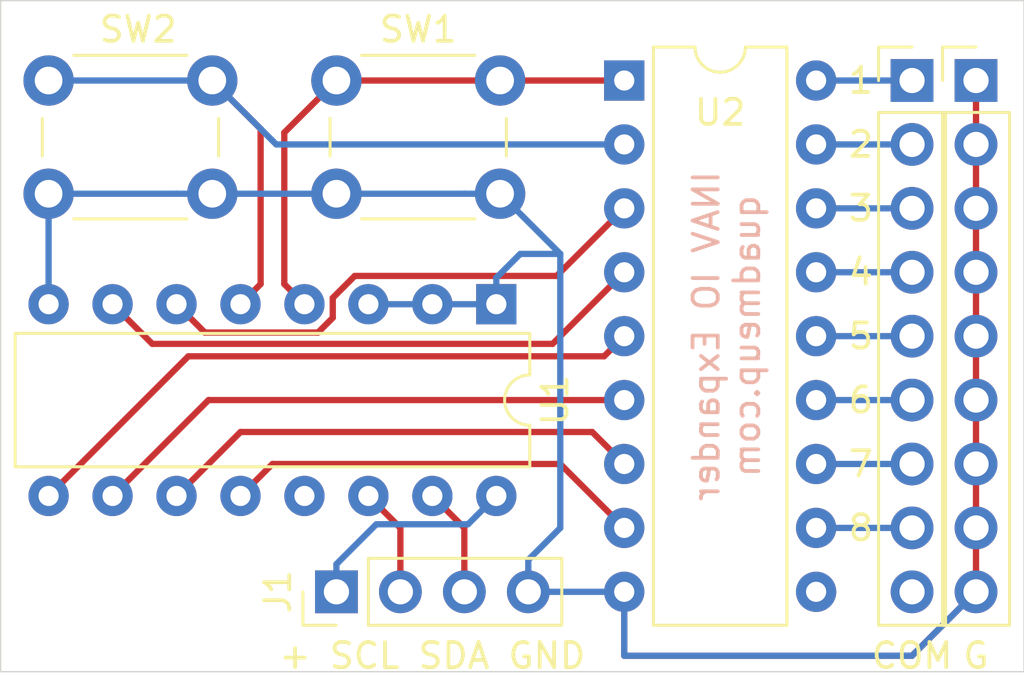
<source format=kicad_pcb>
(kicad_pcb (version 20171130) (host pcbnew "(5.1.5)-3")

  (general
    (thickness 1.6)
    (drawings 16)
    (tracks 78)
    (zones 0)
    (modules 7)
    (nets 21)
  )

  (page A4)
  (layers
    (0 F.Cu signal)
    (31 B.Cu signal)
    (32 B.Adhes user)
    (33 F.Adhes user)
    (34 B.Paste user)
    (35 F.Paste user)
    (36 B.SilkS user)
    (37 F.SilkS user)
    (38 B.Mask user)
    (39 F.Mask user)
    (40 Dwgs.User user)
    (41 Cmts.User user)
    (42 Eco1.User user)
    (43 Eco2.User user)
    (44 Edge.Cuts user)
    (45 Margin user)
    (46 B.CrtYd user)
    (47 F.CrtYd user)
    (48 B.Fab user)
    (49 F.Fab user hide)
  )

  (setup
    (last_trace_width 0.25)
    (trace_clearance 0.2)
    (zone_clearance 0.508)
    (zone_45_only no)
    (trace_min 0.2)
    (via_size 0.8)
    (via_drill 0.4)
    (via_min_size 0.4)
    (via_min_drill 0.3)
    (uvia_size 0.3)
    (uvia_drill 0.1)
    (uvias_allowed no)
    (uvia_min_size 0.2)
    (uvia_min_drill 0.1)
    (edge_width 0.05)
    (segment_width 0.2)
    (pcb_text_width 0.3)
    (pcb_text_size 1.5 1.5)
    (mod_edge_width 0.12)
    (mod_text_size 1 1)
    (mod_text_width 0.15)
    (pad_size 1.524 1.524)
    (pad_drill 0.762)
    (pad_to_mask_clearance 0.051)
    (solder_mask_min_width 0.25)
    (aux_axis_origin 0 0)
    (visible_elements 7FFFFFFF)
    (pcbplotparams
      (layerselection 0x010fc_ffffffff)
      (usegerberextensions false)
      (usegerberattributes false)
      (usegerberadvancedattributes false)
      (creategerberjobfile false)
      (excludeedgelayer true)
      (linewidth 0.100000)
      (plotframeref false)
      (viasonmask false)
      (mode 1)
      (useauxorigin false)
      (hpglpennumber 1)
      (hpglpenspeed 20)
      (hpglpendiameter 15.000000)
      (psnegative false)
      (psa4output false)
      (plotreference true)
      (plotvalue true)
      (plotinvisibletext false)
      (padsonsilk false)
      (subtractmaskfromsilk false)
      (outputformat 1)
      (mirror false)
      (drillshape 1)
      (scaleselection 1)
      (outputdirectory ""))
  )

  (net 0 "")
  (net 1 "Net-(J1-Pad4)")
  (net 2 "Net-(J1-Pad3)")
  (net 3 "Net-(J1-Pad2)")
  (net 4 "Net-(J1-Pad1)")
  (net 5 "Net-(U1-Pad7)")
  (net 6 "Net-(U1-Pad6)")
  (net 7 "Net-(U1-Pad12)")
  (net 8 "Net-(U1-Pad11)")
  (net 9 "Net-(U1-Pad10)")
  (net 10 "Net-(U1-Pad9)")
  (net 11 "Net-(J2-Pad8)")
  (net 12 "Net-(J2-Pad7)")
  (net 13 "Net-(J2-Pad6)")
  (net 14 "Net-(J2-Pad5)")
  (net 15 "Net-(J2-Pad4)")
  (net 16 "Net-(J2-Pad3)")
  (net 17 "Net-(J2-Pad2)")
  (net 18 "Net-(J2-Pad1)")
  (net 19 "Net-(SW1-Pad1)")
  (net 20 "Net-(SW2-Pad1)")

  (net_class Default "To jest domyślna klasa połączeń."
    (clearance 0.2)
    (trace_width 0.25)
    (via_dia 0.8)
    (via_drill 0.4)
    (uvia_dia 0.3)
    (uvia_drill 0.1)
    (add_net "Net-(J1-Pad1)")
    (add_net "Net-(J1-Pad2)")
    (add_net "Net-(J1-Pad3)")
    (add_net "Net-(J1-Pad4)")
    (add_net "Net-(J2-Pad1)")
    (add_net "Net-(J2-Pad2)")
    (add_net "Net-(J2-Pad3)")
    (add_net "Net-(J2-Pad4)")
    (add_net "Net-(J2-Pad5)")
    (add_net "Net-(J2-Pad6)")
    (add_net "Net-(J2-Pad7)")
    (add_net "Net-(J2-Pad8)")
    (add_net "Net-(SW1-Pad1)")
    (add_net "Net-(SW2-Pad1)")
    (add_net "Net-(U1-Pad10)")
    (add_net "Net-(U1-Pad11)")
    (add_net "Net-(U1-Pad12)")
    (add_net "Net-(U1-Pad6)")
    (add_net "Net-(U1-Pad7)")
    (add_net "Net-(U1-Pad9)")
  )

  (module Connector_PinHeader_2.54mm:PinHeader_1x09_P2.54mm_Vertical (layer F.Cu) (tedit 59FED5CC) (tstamp 5E98AEEF)
    (at 511.81 -53.34)
    (descr "Through hole straight pin header, 1x09, 2.54mm pitch, single row")
    (tags "Through hole pin header THT 1x09 2.54mm single row")
    (path /5E9A6748)
    (fp_text reference J2 (at 0 -2.33) (layer F.SilkS) hide
      (effects (font (size 1 1) (thickness 0.15)))
    )
    (fp_text value Conn_01x09 (at 0 22.65) (layer F.Fab)
      (effects (font (size 1 1) (thickness 0.15)))
    )
    (fp_text user %R (at 0 10.16 90) (layer F.Fab)
      (effects (font (size 1 1) (thickness 0.15)))
    )
    (fp_line (start 1.8 -1.8) (end -1.8 -1.8) (layer F.CrtYd) (width 0.05))
    (fp_line (start 1.8 22.1) (end 1.8 -1.8) (layer F.CrtYd) (width 0.05))
    (fp_line (start -1.8 22.1) (end 1.8 22.1) (layer F.CrtYd) (width 0.05))
    (fp_line (start -1.8 -1.8) (end -1.8 22.1) (layer F.CrtYd) (width 0.05))
    (fp_line (start -1.33 -1.33) (end 0 -1.33) (layer F.SilkS) (width 0.12))
    (fp_line (start -1.33 0) (end -1.33 -1.33) (layer F.SilkS) (width 0.12))
    (fp_line (start -1.33 1.27) (end 1.33 1.27) (layer F.SilkS) (width 0.12))
    (fp_line (start 1.33 1.27) (end 1.33 21.65) (layer F.SilkS) (width 0.12))
    (fp_line (start -1.33 1.27) (end -1.33 21.65) (layer F.SilkS) (width 0.12))
    (fp_line (start -1.33 21.65) (end 1.33 21.65) (layer F.SilkS) (width 0.12))
    (fp_line (start -1.27 -0.635) (end -0.635 -1.27) (layer F.Fab) (width 0.1))
    (fp_line (start -1.27 21.59) (end -1.27 -0.635) (layer F.Fab) (width 0.1))
    (fp_line (start 1.27 21.59) (end -1.27 21.59) (layer F.Fab) (width 0.1))
    (fp_line (start 1.27 -1.27) (end 1.27 21.59) (layer F.Fab) (width 0.1))
    (fp_line (start -0.635 -1.27) (end 1.27 -1.27) (layer F.Fab) (width 0.1))
    (pad 9 thru_hole oval (at 0 20.32) (size 1.7 1.7) (drill 1) (layers *.Cu *.Mask)
      (net 1 "Net-(J1-Pad4)"))
    (pad 8 thru_hole oval (at 0 17.78) (size 1.7 1.7) (drill 1) (layers *.Cu *.Mask)
      (net 11 "Net-(J2-Pad8)"))
    (pad 7 thru_hole oval (at 0 15.24) (size 1.7 1.7) (drill 1) (layers *.Cu *.Mask)
      (net 12 "Net-(J2-Pad7)"))
    (pad 6 thru_hole oval (at 0 12.7) (size 1.7 1.7) (drill 1) (layers *.Cu *.Mask)
      (net 13 "Net-(J2-Pad6)"))
    (pad 5 thru_hole oval (at 0 10.16) (size 1.7 1.7) (drill 1) (layers *.Cu *.Mask)
      (net 14 "Net-(J2-Pad5)"))
    (pad 4 thru_hole oval (at 0 7.62) (size 1.7 1.7) (drill 1) (layers *.Cu *.Mask)
      (net 15 "Net-(J2-Pad4)"))
    (pad 3 thru_hole oval (at 0 5.08) (size 1.7 1.7) (drill 1) (layers *.Cu *.Mask)
      (net 16 "Net-(J2-Pad3)"))
    (pad 2 thru_hole oval (at 0 2.54) (size 1.7 1.7) (drill 1) (layers *.Cu *.Mask)
      (net 17 "Net-(J2-Pad2)"))
    (pad 1 thru_hole rect (at 0 0) (size 1.7 1.7) (drill 1) (layers *.Cu *.Mask)
      (net 18 "Net-(J2-Pad1)"))
    (model ${KISYS3DMOD}/Connector_PinHeader_2.54mm.3dshapes/PinHeader_1x09_P2.54mm_Vertical.wrl
      (at (xyz 0 0 0))
      (scale (xyz 1 1 1))
      (rotate (xyz 0 0 0))
    )
  )

  (module Package_DIP:DIP-16_W7.62mm (layer F.Cu) (tedit 5A02E8C5) (tstamp 5E98A55C)
    (at 495.3 -44.45 270)
    (descr "16-lead though-hole mounted DIP package, row spacing 7.62 mm (300 mils)")
    (tags "THT DIP DIL PDIP 2.54mm 7.62mm 300mil")
    (path /5E988EA0)
    (fp_text reference U1 (at 3.81 -2.33 90) (layer F.SilkS)
      (effects (font (size 1 1) (thickness 0.15)))
    )
    (fp_text value PCF8574A (at 3.81 13.97 180) (layer F.Fab)
      (effects (font (size 1 1) (thickness 0.15)))
    )
    (fp_text user %R (at 3.81 8.89 90) (layer F.Fab)
      (effects (font (size 1 1) (thickness 0.15)))
    )
    (fp_line (start 8.7 -1.55) (end -1.1 -1.55) (layer F.CrtYd) (width 0.05))
    (fp_line (start 8.7 19.3) (end 8.7 -1.55) (layer F.CrtYd) (width 0.05))
    (fp_line (start -1.1 19.3) (end 8.7 19.3) (layer F.CrtYd) (width 0.05))
    (fp_line (start -1.1 -1.55) (end -1.1 19.3) (layer F.CrtYd) (width 0.05))
    (fp_line (start 6.46 -1.33) (end 4.81 -1.33) (layer F.SilkS) (width 0.12))
    (fp_line (start 6.46 19.11) (end 6.46 -1.33) (layer F.SilkS) (width 0.12))
    (fp_line (start 1.16 19.11) (end 6.46 19.11) (layer F.SilkS) (width 0.12))
    (fp_line (start 1.16 -1.33) (end 1.16 19.11) (layer F.SilkS) (width 0.12))
    (fp_line (start 2.81 -1.33) (end 1.16 -1.33) (layer F.SilkS) (width 0.12))
    (fp_line (start 0.635 -0.27) (end 1.635 -1.27) (layer F.Fab) (width 0.1))
    (fp_line (start 0.635 19.05) (end 0.635 -0.27) (layer F.Fab) (width 0.1))
    (fp_line (start 6.985 19.05) (end 0.635 19.05) (layer F.Fab) (width 0.1))
    (fp_line (start 6.985 -1.27) (end 6.985 19.05) (layer F.Fab) (width 0.1))
    (fp_line (start 1.635 -1.27) (end 6.985 -1.27) (layer F.Fab) (width 0.1))
    (fp_arc (start 3.81 -1.33) (end 2.81 -1.33) (angle -180) (layer F.SilkS) (width 0.12))
    (pad 16 thru_hole oval (at 7.62 0 270) (size 1.6 1.6) (drill 0.8) (layers *.Cu *.Mask)
      (net 4 "Net-(J1-Pad1)"))
    (pad 8 thru_hole oval (at 0 17.78 270) (size 1.6 1.6) (drill 0.8) (layers *.Cu *.Mask)
      (net 1 "Net-(J1-Pad4)"))
    (pad 15 thru_hole oval (at 7.62 2.54 270) (size 1.6 1.6) (drill 0.8) (layers *.Cu *.Mask)
      (net 2 "Net-(J1-Pad3)"))
    (pad 7 thru_hole oval (at 0 15.24 270) (size 1.6 1.6) (drill 0.8) (layers *.Cu *.Mask)
      (net 5 "Net-(U1-Pad7)"))
    (pad 14 thru_hole oval (at 7.62 5.08 270) (size 1.6 1.6) (drill 0.8) (layers *.Cu *.Mask)
      (net 3 "Net-(J1-Pad2)"))
    (pad 6 thru_hole oval (at 0 12.7 270) (size 1.6 1.6) (drill 0.8) (layers *.Cu *.Mask)
      (net 6 "Net-(U1-Pad6)"))
    (pad 13 thru_hole oval (at 7.62 7.62 270) (size 1.6 1.6) (drill 0.8) (layers *.Cu *.Mask))
    (pad 5 thru_hole oval (at 0 10.16 270) (size 1.6 1.6) (drill 0.8) (layers *.Cu *.Mask)
      (net 20 "Net-(SW2-Pad1)"))
    (pad 12 thru_hole oval (at 7.62 10.16 270) (size 1.6 1.6) (drill 0.8) (layers *.Cu *.Mask)
      (net 7 "Net-(U1-Pad12)"))
    (pad 4 thru_hole oval (at 0 7.62 270) (size 1.6 1.6) (drill 0.8) (layers *.Cu *.Mask)
      (net 19 "Net-(SW1-Pad1)"))
    (pad 11 thru_hole oval (at 7.62 12.7 270) (size 1.6 1.6) (drill 0.8) (layers *.Cu *.Mask)
      (net 8 "Net-(U1-Pad11)"))
    (pad 3 thru_hole oval (at 0 5.08 270) (size 1.6 1.6) (drill 0.8) (layers *.Cu *.Mask)
      (net 1 "Net-(J1-Pad4)"))
    (pad 10 thru_hole oval (at 7.62 15.24 270) (size 1.6 1.6) (drill 0.8) (layers *.Cu *.Mask)
      (net 9 "Net-(U1-Pad10)"))
    (pad 2 thru_hole oval (at 0 2.54 270) (size 1.6 1.6) (drill 0.8) (layers *.Cu *.Mask)
      (net 1 "Net-(J1-Pad4)"))
    (pad 9 thru_hole oval (at 7.62 17.78 270) (size 1.6 1.6) (drill 0.8) (layers *.Cu *.Mask)
      (net 10 "Net-(U1-Pad9)"))
    (pad 1 thru_hole rect (at 0 0 270) (size 1.6 1.6) (drill 0.8) (layers *.Cu *.Mask)
      (net 1 "Net-(J1-Pad4)"))
    (model ${KISYS3DMOD}/Package_DIP.3dshapes/DIP-16_W7.62mm.wrl
      (at (xyz 0 0 0))
      (scale (xyz 1 1 1))
      (rotate (xyz 0 0 0))
    )
  )

  (module Package_DIP:DIP-18_W7.62mm (layer F.Cu) (tedit 5A02E8C5) (tstamp 5E98A582)
    (at 500.38 -53.34)
    (descr "18-lead though-hole mounted DIP package, row spacing 7.62 mm (300 mils)")
    (tags "THT DIP DIL PDIP 2.54mm 7.62mm 300mil")
    (path /5E991F0F)
    (fp_text reference U2 (at 3.81 1.27) (layer F.SilkS)
      (effects (font (size 1 1) (thickness 0.15)))
    )
    (fp_text value ULN2803A (at 3.81 -11.43) (layer F.Fab)
      (effects (font (size 1 1) (thickness 0.15)))
    )
    (fp_text user %R (at 3.81 10.16) (layer F.Fab)
      (effects (font (size 1 1) (thickness 0.15)))
    )
    (fp_line (start 8.7 -1.55) (end -1.1 -1.55) (layer F.CrtYd) (width 0.05))
    (fp_line (start 8.7 21.85) (end 8.7 -1.55) (layer F.CrtYd) (width 0.05))
    (fp_line (start -1.1 21.85) (end 8.7 21.85) (layer F.CrtYd) (width 0.05))
    (fp_line (start -1.1 -1.55) (end -1.1 21.85) (layer F.CrtYd) (width 0.05))
    (fp_line (start 6.46 -1.33) (end 4.81 -1.33) (layer F.SilkS) (width 0.12))
    (fp_line (start 6.46 21.65) (end 6.46 -1.33) (layer F.SilkS) (width 0.12))
    (fp_line (start 1.16 21.65) (end 6.46 21.65) (layer F.SilkS) (width 0.12))
    (fp_line (start 1.16 -1.33) (end 1.16 21.65) (layer F.SilkS) (width 0.12))
    (fp_line (start 2.81 -1.33) (end 1.16 -1.33) (layer F.SilkS) (width 0.12))
    (fp_line (start 0.635 -0.27) (end 1.635 -1.27) (layer F.Fab) (width 0.1))
    (fp_line (start 0.635 21.59) (end 0.635 -0.27) (layer F.Fab) (width 0.1))
    (fp_line (start 6.985 21.59) (end 0.635 21.59) (layer F.Fab) (width 0.1))
    (fp_line (start 6.985 -1.27) (end 6.985 21.59) (layer F.Fab) (width 0.1))
    (fp_line (start 1.635 -1.27) (end 6.985 -1.27) (layer F.Fab) (width 0.1))
    (fp_arc (start 3.81 -1.33) (end 2.81 -1.33) (angle -180) (layer F.SilkS) (width 0.12))
    (pad 18 thru_hole oval (at 7.62 0) (size 1.6 1.6) (drill 0.8) (layers *.Cu *.Mask)
      (net 18 "Net-(J2-Pad1)"))
    (pad 9 thru_hole oval (at 0 20.32) (size 1.6 1.6) (drill 0.8) (layers *.Cu *.Mask)
      (net 1 "Net-(J1-Pad4)"))
    (pad 17 thru_hole oval (at 7.62 2.54) (size 1.6 1.6) (drill 0.8) (layers *.Cu *.Mask)
      (net 17 "Net-(J2-Pad2)"))
    (pad 8 thru_hole oval (at 0 17.78) (size 1.6 1.6) (drill 0.8) (layers *.Cu *.Mask)
      (net 7 "Net-(U1-Pad12)"))
    (pad 16 thru_hole oval (at 7.62 5.08) (size 1.6 1.6) (drill 0.8) (layers *.Cu *.Mask)
      (net 16 "Net-(J2-Pad3)"))
    (pad 7 thru_hole oval (at 0 15.24) (size 1.6 1.6) (drill 0.8) (layers *.Cu *.Mask)
      (net 8 "Net-(U1-Pad11)"))
    (pad 15 thru_hole oval (at 7.62 7.62) (size 1.6 1.6) (drill 0.8) (layers *.Cu *.Mask)
      (net 15 "Net-(J2-Pad4)"))
    (pad 6 thru_hole oval (at 0 12.7) (size 1.6 1.6) (drill 0.8) (layers *.Cu *.Mask)
      (net 9 "Net-(U1-Pad10)"))
    (pad 14 thru_hole oval (at 7.62 10.16) (size 1.6 1.6) (drill 0.8) (layers *.Cu *.Mask)
      (net 14 "Net-(J2-Pad5)"))
    (pad 5 thru_hole oval (at 0 10.16) (size 1.6 1.6) (drill 0.8) (layers *.Cu *.Mask)
      (net 10 "Net-(U1-Pad9)"))
    (pad 13 thru_hole oval (at 7.62 12.7) (size 1.6 1.6) (drill 0.8) (layers *.Cu *.Mask)
      (net 13 "Net-(J2-Pad6)"))
    (pad 4 thru_hole oval (at 0 7.62) (size 1.6 1.6) (drill 0.8) (layers *.Cu *.Mask)
      (net 5 "Net-(U1-Pad7)"))
    (pad 12 thru_hole oval (at 7.62 15.24) (size 1.6 1.6) (drill 0.8) (layers *.Cu *.Mask)
      (net 12 "Net-(J2-Pad7)"))
    (pad 3 thru_hole oval (at 0 5.08) (size 1.6 1.6) (drill 0.8) (layers *.Cu *.Mask)
      (net 6 "Net-(U1-Pad6)"))
    (pad 11 thru_hole oval (at 7.62 17.78) (size 1.6 1.6) (drill 0.8) (layers *.Cu *.Mask)
      (net 11 "Net-(J2-Pad8)"))
    (pad 2 thru_hole oval (at 0 2.54) (size 1.6 1.6) (drill 0.8) (layers *.Cu *.Mask)
      (net 20 "Net-(SW2-Pad1)"))
    (pad 10 thru_hole oval (at 7.62 20.32) (size 1.6 1.6) (drill 0.8) (layers *.Cu *.Mask))
    (pad 1 thru_hole rect (at 0 0) (size 1.6 1.6) (drill 0.8) (layers *.Cu *.Mask)
      (net 19 "Net-(SW1-Pad1)"))
    (model ${KISYS3DMOD}/Package_DIP.3dshapes/DIP-18_W7.62mm.wrl
      (at (xyz 0 0 0))
      (scale (xyz 1 1 1))
      (rotate (xyz 0 0 0))
    )
  )

  (module Connector_PinHeader_2.54mm:PinHeader_1x04_P2.54mm_Vertical (layer F.Cu) (tedit 59FED5CC) (tstamp 5E98A87A)
    (at 488.95 -33.02 90)
    (descr "Through hole straight pin header, 1x04, 2.54mm pitch, single row")
    (tags "Through hole pin header THT 1x04 2.54mm single row")
    (path /5E9A2B11)
    (fp_text reference J1 (at 0 -2.33 90) (layer F.SilkS)
      (effects (font (size 1 1) (thickness 0.15)))
    )
    (fp_text value Conn_01x04 (at 0 -7.62 180) (layer F.Fab)
      (effects (font (size 1 1) (thickness 0.15)))
    )
    (fp_text user %R (at 0 3.81) (layer F.Fab)
      (effects (font (size 1 1) (thickness 0.15)))
    )
    (fp_line (start 1.8 -1.8) (end -1.8 -1.8) (layer F.CrtYd) (width 0.05))
    (fp_line (start 1.8 9.4) (end 1.8 -1.8) (layer F.CrtYd) (width 0.05))
    (fp_line (start -1.8 9.4) (end 1.8 9.4) (layer F.CrtYd) (width 0.05))
    (fp_line (start -1.8 -1.8) (end -1.8 9.4) (layer F.CrtYd) (width 0.05))
    (fp_line (start -1.33 -1.33) (end 0 -1.33) (layer F.SilkS) (width 0.12))
    (fp_line (start -1.33 0) (end -1.33 -1.33) (layer F.SilkS) (width 0.12))
    (fp_line (start -1.33 1.27) (end 1.33 1.27) (layer F.SilkS) (width 0.12))
    (fp_line (start 1.33 1.27) (end 1.33 8.95) (layer F.SilkS) (width 0.12))
    (fp_line (start -1.33 1.27) (end -1.33 8.95) (layer F.SilkS) (width 0.12))
    (fp_line (start -1.33 8.95) (end 1.33 8.95) (layer F.SilkS) (width 0.12))
    (fp_line (start -1.27 -0.635) (end -0.635 -1.27) (layer F.Fab) (width 0.1))
    (fp_line (start -1.27 8.89) (end -1.27 -0.635) (layer F.Fab) (width 0.1))
    (fp_line (start 1.27 8.89) (end -1.27 8.89) (layer F.Fab) (width 0.1))
    (fp_line (start 1.27 -1.27) (end 1.27 8.89) (layer F.Fab) (width 0.1))
    (fp_line (start -0.635 -1.27) (end 1.27 -1.27) (layer F.Fab) (width 0.1))
    (pad 4 thru_hole oval (at 0 7.62 90) (size 1.7 1.7) (drill 1) (layers *.Cu *.Mask)
      (net 1 "Net-(J1-Pad4)"))
    (pad 3 thru_hole oval (at 0 5.08 90) (size 1.7 1.7) (drill 1) (layers *.Cu *.Mask)
      (net 2 "Net-(J1-Pad3)"))
    (pad 2 thru_hole oval (at 0 2.54 90) (size 1.7 1.7) (drill 1) (layers *.Cu *.Mask)
      (net 3 "Net-(J1-Pad2)"))
    (pad 1 thru_hole rect (at 0 0 90) (size 1.7 1.7) (drill 1) (layers *.Cu *.Mask)
      (net 4 "Net-(J1-Pad1)"))
    (model ${KISYS3DMOD}/Connector_PinHeader_2.54mm.3dshapes/PinHeader_1x04_P2.54mm_Vertical.wrl
      (at (xyz 0 0 0))
      (scale (xyz 1 1 1))
      (rotate (xyz 0 0 0))
    )
  )

  (module Button_Switch_THT:SW_PUSH_6mm_H5mm (layer F.Cu) (tedit 5A02FE31) (tstamp 5E9A2148)
    (at 488.95 -53.34)
    (descr "tactile push button, 6x6mm e.g. PHAP33xx series, height=5mm")
    (tags "tact sw push 6mm")
    (path /5E9AB3C5)
    (fp_text reference SW1 (at 3.25 -2.032) (layer F.SilkS)
      (effects (font (size 1 1) (thickness 0.15)))
    )
    (fp_text value SW_Push (at 3.75 6.7) (layer F.Fab)
      (effects (font (size 1 1) (thickness 0.15)))
    )
    (fp_circle (center 3.25 2.25) (end 1.25 2.5) (layer F.Fab) (width 0.1))
    (fp_line (start 6.75 3) (end 6.75 1.5) (layer F.SilkS) (width 0.12))
    (fp_line (start 5.5 -1) (end 1 -1) (layer F.SilkS) (width 0.12))
    (fp_line (start -0.25 1.5) (end -0.25 3) (layer F.SilkS) (width 0.12))
    (fp_line (start 1 5.5) (end 5.5 5.5) (layer F.SilkS) (width 0.12))
    (fp_line (start 8 -1.25) (end 8 5.75) (layer F.CrtYd) (width 0.05))
    (fp_line (start 7.75 6) (end -1.25 6) (layer F.CrtYd) (width 0.05))
    (fp_line (start -1.5 5.75) (end -1.5 -1.25) (layer F.CrtYd) (width 0.05))
    (fp_line (start -1.25 -1.5) (end 7.75 -1.5) (layer F.CrtYd) (width 0.05))
    (fp_line (start -1.5 6) (end -1.25 6) (layer F.CrtYd) (width 0.05))
    (fp_line (start -1.5 5.75) (end -1.5 6) (layer F.CrtYd) (width 0.05))
    (fp_line (start -1.5 -1.5) (end -1.25 -1.5) (layer F.CrtYd) (width 0.05))
    (fp_line (start -1.5 -1.25) (end -1.5 -1.5) (layer F.CrtYd) (width 0.05))
    (fp_line (start 8 -1.5) (end 8 -1.25) (layer F.CrtYd) (width 0.05))
    (fp_line (start 7.75 -1.5) (end 8 -1.5) (layer F.CrtYd) (width 0.05))
    (fp_line (start 8 6) (end 8 5.75) (layer F.CrtYd) (width 0.05))
    (fp_line (start 7.75 6) (end 8 6) (layer F.CrtYd) (width 0.05))
    (fp_line (start 0.25 -0.75) (end 3.25 -0.75) (layer F.Fab) (width 0.1))
    (fp_line (start 0.25 5.25) (end 0.25 -0.75) (layer F.Fab) (width 0.1))
    (fp_line (start 6.25 5.25) (end 0.25 5.25) (layer F.Fab) (width 0.1))
    (fp_line (start 6.25 -0.75) (end 6.25 5.25) (layer F.Fab) (width 0.1))
    (fp_line (start 3.25 -0.75) (end 6.25 -0.75) (layer F.Fab) (width 0.1))
    (fp_text user %R (at 3.25 2.25) (layer F.Fab)
      (effects (font (size 1 1) (thickness 0.15)))
    )
    (pad 1 thru_hole circle (at 6.5 0 90) (size 2 2) (drill 1.1) (layers *.Cu *.Mask)
      (net 19 "Net-(SW1-Pad1)"))
    (pad 2 thru_hole circle (at 6.5 4.5 90) (size 2 2) (drill 1.1) (layers *.Cu *.Mask)
      (net 1 "Net-(J1-Pad4)"))
    (pad 1 thru_hole circle (at 0 0 90) (size 2 2) (drill 1.1) (layers *.Cu *.Mask)
      (net 19 "Net-(SW1-Pad1)"))
    (pad 2 thru_hole circle (at 0 4.5 90) (size 2 2) (drill 1.1) (layers *.Cu *.Mask)
      (net 1 "Net-(J1-Pad4)"))
    (model ${KISYS3DMOD}/Button_Switch_THT.3dshapes/SW_PUSH_6mm_H5mm.wrl
      (at (xyz 0 0 0))
      (scale (xyz 1 1 1))
      (rotate (xyz 0 0 0))
    )
  )

  (module Button_Switch_THT:SW_PUSH_6mm_H5mm (layer F.Cu) (tedit 5A02FE31) (tstamp 5E9A2167)
    (at 477.52 -53.34)
    (descr "tactile push button, 6x6mm e.g. PHAP33xx series, height=5mm")
    (tags "tact sw push 6mm")
    (path /5E9AEC69)
    (fp_text reference SW2 (at 3.556 -2.032) (layer F.SilkS)
      (effects (font (size 1 1) (thickness 0.15)))
    )
    (fp_text value SW_Push (at 3.75 6.7) (layer F.Fab)
      (effects (font (size 1 1) (thickness 0.15)))
    )
    (fp_circle (center 3.25 2.25) (end 1.25 2.5) (layer F.Fab) (width 0.1))
    (fp_line (start 6.75 3) (end 6.75 1.5) (layer F.SilkS) (width 0.12))
    (fp_line (start 5.5 -1) (end 1 -1) (layer F.SilkS) (width 0.12))
    (fp_line (start -0.25 1.5) (end -0.25 3) (layer F.SilkS) (width 0.12))
    (fp_line (start 1 5.5) (end 5.5 5.5) (layer F.SilkS) (width 0.12))
    (fp_line (start 8 -1.25) (end 8 5.75) (layer F.CrtYd) (width 0.05))
    (fp_line (start 7.75 6) (end -1.25 6) (layer F.CrtYd) (width 0.05))
    (fp_line (start -1.5 5.75) (end -1.5 -1.25) (layer F.CrtYd) (width 0.05))
    (fp_line (start -1.25 -1.5) (end 7.75 -1.5) (layer F.CrtYd) (width 0.05))
    (fp_line (start -1.5 6) (end -1.25 6) (layer F.CrtYd) (width 0.05))
    (fp_line (start -1.5 5.75) (end -1.5 6) (layer F.CrtYd) (width 0.05))
    (fp_line (start -1.5 -1.5) (end -1.25 -1.5) (layer F.CrtYd) (width 0.05))
    (fp_line (start -1.5 -1.25) (end -1.5 -1.5) (layer F.CrtYd) (width 0.05))
    (fp_line (start 8 -1.5) (end 8 -1.25) (layer F.CrtYd) (width 0.05))
    (fp_line (start 7.75 -1.5) (end 8 -1.5) (layer F.CrtYd) (width 0.05))
    (fp_line (start 8 6) (end 8 5.75) (layer F.CrtYd) (width 0.05))
    (fp_line (start 7.75 6) (end 8 6) (layer F.CrtYd) (width 0.05))
    (fp_line (start 0.25 -0.75) (end 3.25 -0.75) (layer F.Fab) (width 0.1))
    (fp_line (start 0.25 5.25) (end 0.25 -0.75) (layer F.Fab) (width 0.1))
    (fp_line (start 6.25 5.25) (end 0.25 5.25) (layer F.Fab) (width 0.1))
    (fp_line (start 6.25 -0.75) (end 6.25 5.25) (layer F.Fab) (width 0.1))
    (fp_line (start 3.25 -0.75) (end 6.25 -0.75) (layer F.Fab) (width 0.1))
    (fp_text user %R (at 3.25 2.25) (layer F.Fab)
      (effects (font (size 1 1) (thickness 0.15)))
    )
    (pad 1 thru_hole circle (at 6.5 0 90) (size 2 2) (drill 1.1) (layers *.Cu *.Mask)
      (net 20 "Net-(SW2-Pad1)"))
    (pad 2 thru_hole circle (at 6.5 4.5 90) (size 2 2) (drill 1.1) (layers *.Cu *.Mask)
      (net 1 "Net-(J1-Pad4)"))
    (pad 1 thru_hole circle (at 0 0 90) (size 2 2) (drill 1.1) (layers *.Cu *.Mask)
      (net 20 "Net-(SW2-Pad1)"))
    (pad 2 thru_hole circle (at 0 4.5 90) (size 2 2) (drill 1.1) (layers *.Cu *.Mask)
      (net 1 "Net-(J1-Pad4)"))
    (model ${KISYS3DMOD}/Button_Switch_THT.3dshapes/SW_PUSH_6mm_H5mm.wrl
      (at (xyz 0 0 0))
      (scale (xyz 1 1 1))
      (rotate (xyz 0 0 0))
    )
  )

  (module Connector_PinHeader_2.54mm:PinHeader_1x09_P2.54mm_Vertical (layer F.Cu) (tedit 59FED5CC) (tstamp 5E9A32A0)
    (at 514.35 -53.34)
    (descr "Through hole straight pin header, 1x09, 2.54mm pitch, single row")
    (tags "Through hole pin header THT 1x09 2.54mm single row")
    (path /5E9B69F6)
    (fp_text reference J3 (at 0 -2.33) (layer F.SilkS) hide
      (effects (font (size 1 1) (thickness 0.15)))
    )
    (fp_text value Conn_01x09 (at 0 22.65) (layer F.Fab)
      (effects (font (size 1 1) (thickness 0.15)))
    )
    (fp_text user %R (at 0 10.16 90) (layer F.Fab)
      (effects (font (size 1 1) (thickness 0.15)))
    )
    (fp_line (start 1.8 -1.8) (end -1.8 -1.8) (layer F.CrtYd) (width 0.05))
    (fp_line (start 1.8 22.1) (end 1.8 -1.8) (layer F.CrtYd) (width 0.05))
    (fp_line (start -1.8 22.1) (end 1.8 22.1) (layer F.CrtYd) (width 0.05))
    (fp_line (start -1.8 -1.8) (end -1.8 22.1) (layer F.CrtYd) (width 0.05))
    (fp_line (start -1.33 -1.33) (end 0 -1.33) (layer F.SilkS) (width 0.12))
    (fp_line (start -1.33 0) (end -1.33 -1.33) (layer F.SilkS) (width 0.12))
    (fp_line (start -1.33 1.27) (end 1.33 1.27) (layer F.SilkS) (width 0.12))
    (fp_line (start 1.33 1.27) (end 1.33 21.65) (layer F.SilkS) (width 0.12))
    (fp_line (start -1.33 1.27) (end -1.33 21.65) (layer F.SilkS) (width 0.12))
    (fp_line (start -1.33 21.65) (end 1.33 21.65) (layer F.SilkS) (width 0.12))
    (fp_line (start -1.27 -0.635) (end -0.635 -1.27) (layer F.Fab) (width 0.1))
    (fp_line (start -1.27 21.59) (end -1.27 -0.635) (layer F.Fab) (width 0.1))
    (fp_line (start 1.27 21.59) (end -1.27 21.59) (layer F.Fab) (width 0.1))
    (fp_line (start 1.27 -1.27) (end 1.27 21.59) (layer F.Fab) (width 0.1))
    (fp_line (start -0.635 -1.27) (end 1.27 -1.27) (layer F.Fab) (width 0.1))
    (pad 9 thru_hole oval (at 0 20.32) (size 1.7 1.7) (drill 1) (layers *.Cu *.Mask)
      (net 1 "Net-(J1-Pad4)"))
    (pad 8 thru_hole oval (at 0 17.78) (size 1.7 1.7) (drill 1) (layers *.Cu *.Mask)
      (net 1 "Net-(J1-Pad4)"))
    (pad 7 thru_hole oval (at 0 15.24) (size 1.7 1.7) (drill 1) (layers *.Cu *.Mask)
      (net 1 "Net-(J1-Pad4)"))
    (pad 6 thru_hole oval (at 0 12.7) (size 1.7 1.7) (drill 1) (layers *.Cu *.Mask)
      (net 1 "Net-(J1-Pad4)"))
    (pad 5 thru_hole oval (at 0 10.16) (size 1.7 1.7) (drill 1) (layers *.Cu *.Mask)
      (net 1 "Net-(J1-Pad4)"))
    (pad 4 thru_hole oval (at 0 7.62) (size 1.7 1.7) (drill 1) (layers *.Cu *.Mask)
      (net 1 "Net-(J1-Pad4)"))
    (pad 3 thru_hole oval (at 0 5.08) (size 1.7 1.7) (drill 1) (layers *.Cu *.Mask)
      (net 1 "Net-(J1-Pad4)"))
    (pad 2 thru_hole oval (at 0 2.54) (size 1.7 1.7) (drill 1) (layers *.Cu *.Mask)
      (net 1 "Net-(J1-Pad4)"))
    (pad 1 thru_hole rect (at 0 0) (size 1.7 1.7) (drill 1) (layers *.Cu *.Mask)
      (net 1 "Net-(J1-Pad4)"))
    (model ${KISYS3DMOD}/Connector_PinHeader_2.54mm.3dshapes/PinHeader_1x09_P2.54mm_Vertical.wrl
      (at (xyz 0 0 0))
      (scale (xyz 1 1 1))
      (rotate (xyz 0 0 0))
    )
  )

  (gr_text COM (at 511.81 -30.48) (layer F.SilkS)
    (effects (font (size 1 1) (thickness 0.15)))
  )
  (gr_line (start 475.615 -29.845) (end 475.615 -56.515) (layer Edge.Cuts) (width 0.05) (tstamp 5E9A37D8))
  (gr_line (start 516.255 -29.845) (end 475.615 -29.845) (layer Edge.Cuts) (width 0.05))
  (gr_line (start 516.255 -56.515) (end 516.255 -29.845) (layer Edge.Cuts) (width 0.05))
  (gr_line (start 475.615 -56.515) (end 516.255 -56.515) (layer Edge.Cuts) (width 0.05))
  (gr_text "INAV IO Expander\nquadmeup.com" (at 504.444 -43.18 90) (layer B.SilkS)
    (effects (font (size 1 1) (thickness 0.15)) (justify mirror))
  )
  (gr_text "+ SCL SDA GND" (at 492.76 -30.48) (layer F.SilkS)
    (effects (font (size 1 1) (thickness 0.15)))
  )
  (gr_text 2 (at 509.778 -50.8) (layer F.SilkS)
    (effects (font (size 1 1) (thickness 0.15)))
  )
  (gr_text 6 (at 509.778 -40.64) (layer F.SilkS)
    (effects (font (size 1 1) (thickness 0.15)))
  )
  (gr_text 1 (at 509.778 -53.34) (layer F.SilkS)
    (effects (font (size 1 1) (thickness 0.15)))
  )
  (gr_text 4 (at 509.778 -45.72) (layer F.SilkS)
    (effects (font (size 1 1) (thickness 0.15)))
  )
  (gr_text 3 (at 509.778 -48.26) (layer F.SilkS)
    (effects (font (size 1 1) (thickness 0.15)))
  )
  (gr_text 8 (at 509.778 -35.56) (layer F.SilkS)
    (effects (font (size 1 1) (thickness 0.15)))
  )
  (gr_text 5 (at 509.778 -43.18) (layer F.SilkS)
    (effects (font (size 1 1) (thickness 0.15)))
  )
  (gr_text 7 (at 509.778 -38.1) (layer F.SilkS)
    (effects (font (size 1 1) (thickness 0.15)))
  )
  (gr_text G (at 514.35 -30.48) (layer F.SilkS)
    (effects (font (size 1 1) (thickness 0.15)))
  )

  (segment (start 495.3 -44.45) (end 492.76 -44.45) (width 0.25) (layer B.Cu) (net 1))
  (segment (start 497.84 -46.45) (end 496.25 -46.45) (width 0.25) (layer B.Cu) (net 1))
  (segment (start 482.605787 -48.84) (end 477.52 -48.84) (width 0.25) (layer B.Cu) (net 1))
  (segment (start 492.76 -44.45) (end 490.22 -44.45) (width 0.25) (layer B.Cu) (net 1))
  (segment (start 494.035787 -48.84) (end 488.95 -48.84) (width 0.25) (layer B.Cu) (net 1))
  (segment (start 484.02 -48.84) (end 482.605787 -48.84) (width 0.25) (layer B.Cu) (net 1))
  (segment (start 488.95 -48.84) (end 484.02 -48.84) (width 0.25) (layer B.Cu) (net 1))
  (segment (start 477.52 -48.84) (end 477.52 -44.45) (width 0.25) (layer B.Cu) (net 1))
  (segment (start 495.45 -48.84) (end 494.035787 -48.84) (width 0.25) (layer B.Cu) (net 1))
  (segment (start 496.25 -46.45) (end 495.3 -45.5) (width 0.25) (layer B.Cu) (net 1))
  (segment (start 495.3 -45.5) (end 495.3 -44.45) (width 0.25) (layer B.Cu) (net 1))
  (segment (start 497.84 -46.45) (end 495.45 -48.84) (width 0.25) (layer B.Cu) (net 1))
  (segment (start 496.57 -33.02) (end 496.57 -34.29) (width 0.25) (layer B.Cu) (net 1))
  (segment (start 497.84 -35.56) (end 497.84 -46.45) (width 0.25) (layer B.Cu) (net 1))
  (segment (start 496.57 -34.29) (end 497.84 -35.56) (width 0.25) (layer B.Cu) (net 1))
  (segment (start 500.38 -33.02) (end 500.38 -30.48) (width 0.25) (layer B.Cu) (net 1))
  (segment (start 500.38 -33.02) (end 500.38 -30.48) (width 0.25) (layer F.Cu) (net 1))
  (segment (start 500.38 -30.48) (end 511.556 -30.48) (width 0.25) (layer B.Cu) (net 1))
  (segment (start 511.556 -30.48) (end 511.81 -30.48) (width 0.25) (layer B.Cu) (net 1))
  (segment (start 511.81 -30.48) (end 514.35 -33.02) (width 0.25) (layer F.Cu) (net 1))
  (segment (start 500.38 -30.48) (end 511.81 -30.48) (width 0.25) (layer F.Cu) (net 1))
  (segment (start 514.35 -33.02) (end 511.81 -30.48) (width 0.25) (layer B.Cu) (net 1))
  (segment (start 496.57 -33.02) (end 500.38 -33.02) (width 0.25) (layer B.Cu) (net 1))
  (segment (start 514.35 -53.34) (end 514.35 -33.02) (width 0.25) (layer F.Cu) (net 1))
  (segment (start 494.03 -33.02) (end 494.03 -35.56) (width 0.25) (layer F.Cu) (net 2))
  (segment (start 494.03 -35.56) (end 492.76 -36.83) (width 0.25) (layer F.Cu) (net 2))
  (segment (start 491.49 -33.02) (end 491.49 -35.56) (width 0.25) (layer F.Cu) (net 3))
  (segment (start 491.49 -35.56) (end 490.22 -36.83) (width 0.25) (layer F.Cu) (net 3))
  (segment (start 488.95 -33.02) (end 488.95 -34.12) (width 0.25) (layer B.Cu) (net 4))
  (segment (start 488.95 -34.12) (end 490.534999 -35.704999) (width 0.25) (layer B.Cu) (net 4))
  (segment (start 490.534999 -35.704999) (end 494.174999 -35.704999) (width 0.25) (layer B.Cu) (net 4))
  (segment (start 494.174999 -35.704999) (end 494.500001 -36.030001) (width 0.25) (layer B.Cu) (net 4))
  (segment (start 494.500001 -36.030001) (end 495.3 -36.83) (width 0.25) (layer B.Cu) (net 4))
  (segment (start 481.63501 -42.87499) (end 497.53499 -42.87499) (width 0.25) (layer F.Cu) (net 5))
  (segment (start 497.53499 -42.87499) (end 499.580001 -44.920001) (width 0.25) (layer F.Cu) (net 5))
  (segment (start 499.580001 -44.920001) (end 500.38 -45.72) (width 0.25) (layer F.Cu) (net 5))
  (segment (start 480.06 -44.45) (end 481.63501 -42.87499) (width 0.25) (layer F.Cu) (net 5))
  (segment (start 500.38 -48.26) (end 497.695001 -45.575001) (width 0.25) (layer F.Cu) (net 6))
  (segment (start 489.679999 -45.575001) (end 488.805001 -44.700003) (width 0.25) (layer F.Cu) (net 6))
  (segment (start 488.805001 -44.700003) (end 488.805001 -43.909999) (width 0.25) (layer F.Cu) (net 6))
  (segment (start 483.399999 -43.650001) (end 482.6 -44.45) (width 0.25) (layer F.Cu) (net 6))
  (segment (start 488.805001 -43.909999) (end 488.220001 -43.324999) (width 0.25) (layer F.Cu) (net 6))
  (segment (start 497.695001 -45.575001) (end 489.679999 -45.575001) (width 0.25) (layer F.Cu) (net 6))
  (segment (start 483.725001 -43.324999) (end 483.399999 -43.650001) (width 0.25) (layer F.Cu) (net 6))
  (segment (start 488.220001 -43.324999) (end 483.725001 -43.324999) (width 0.25) (layer F.Cu) (net 6))
  (segment (start 497.84 -38.1) (end 486.41 -38.1) (width 0.25) (layer F.Cu) (net 7))
  (segment (start 486.41 -38.1) (end 485.14 -36.83) (width 0.25) (layer F.Cu) (net 7))
  (segment (start 500.38 -35.56) (end 497.84 -38.1) (width 0.25) (layer F.Cu) (net 7))
  (segment (start 499.11 -39.37) (end 485.14 -39.37) (width 0.25) (layer F.Cu) (net 8))
  (segment (start 485.14 -39.37) (end 482.6 -36.83) (width 0.25) (layer F.Cu) (net 8))
  (segment (start 500.38 -38.1) (end 499.11 -39.37) (width 0.25) (layer F.Cu) (net 8))
  (segment (start 500.38 -40.64) (end 483.87 -40.64) (width 0.25) (layer F.Cu) (net 9))
  (segment (start 483.87 -40.64) (end 480.06 -36.83) (width 0.25) (layer F.Cu) (net 9))
  (segment (start 478.319999 -37.629999) (end 477.52 -36.83) (width 0.25) (layer F.Cu) (net 10))
  (segment (start 500.38 -43.18) (end 499.580001 -42.380001) (width 0.25) (layer F.Cu) (net 10))
  (segment (start 483.070001 -42.380001) (end 478.319999 -37.629999) (width 0.25) (layer F.Cu) (net 10))
  (segment (start 499.580001 -42.380001) (end 483.070001 -42.380001) (width 0.25) (layer F.Cu) (net 10))
  (segment (start 508 -35.56) (end 511.81 -35.56) (width 0.25) (layer B.Cu) (net 11))
  (segment (start 508 -38.1) (end 511.81 -38.1) (width 0.25) (layer B.Cu) (net 12))
  (segment (start 508 -40.64) (end 511.81 -40.64) (width 0.25) (layer B.Cu) (net 13))
  (segment (start 511.81 -43.18) (end 508 -43.18) (width 0.25) (layer B.Cu) (net 14))
  (segment (start 508 -45.72) (end 511.81 -45.72) (width 0.25) (layer B.Cu) (net 15))
  (segment (start 508 -48.26) (end 511.81 -48.26) (width 0.25) (layer B.Cu) (net 16))
  (segment (start 508 -50.8) (end 511.81 -50.8) (width 0.25) (layer B.Cu) (net 17))
  (segment (start 511.81 -53.34) (end 508 -53.34) (width 0.25) (layer B.Cu) (net 18))
  (segment (start 486.880001 -51.270001) (end 487.950001 -52.340001) (width 0.25) (layer F.Cu) (net 19))
  (segment (start 488.95 -53.34) (end 495.45 -53.34) (width 0.25) (layer F.Cu) (net 19))
  (segment (start 487.950001 -52.340001) (end 488.95 -53.34) (width 0.25) (layer F.Cu) (net 19))
  (segment (start 487.68 -44.45) (end 486.880001 -45.249999) (width 0.25) (layer F.Cu) (net 19))
  (segment (start 495.45 -53.34) (end 500.38 -53.34) (width 0.25) (layer F.Cu) (net 19))
  (segment (start 486.880001 -45.249999) (end 486.880001 -51.270001) (width 0.25) (layer F.Cu) (net 19))
  (segment (start 485.939999 -45.249999) (end 485.939999 -51.420001) (width 0.25) (layer F.Cu) (net 20))
  (segment (start 485.019999 -52.340001) (end 484.02 -53.34) (width 0.25) (layer F.Cu) (net 20))
  (segment (start 477.52 -53.34) (end 484.02 -53.34) (width 0.25) (layer B.Cu) (net 20))
  (segment (start 484.02 -53.34) (end 486.56 -50.8) (width 0.25) (layer B.Cu) (net 20))
  (segment (start 485.939999 -51.420001) (end 485.019999 -52.340001) (width 0.25) (layer F.Cu) (net 20))
  (segment (start 486.56 -50.8) (end 500.38 -50.8) (width 0.25) (layer B.Cu) (net 20))
  (segment (start 485.14 -44.45) (end 485.939999 -45.249999) (width 0.25) (layer F.Cu) (net 20))

)

</source>
